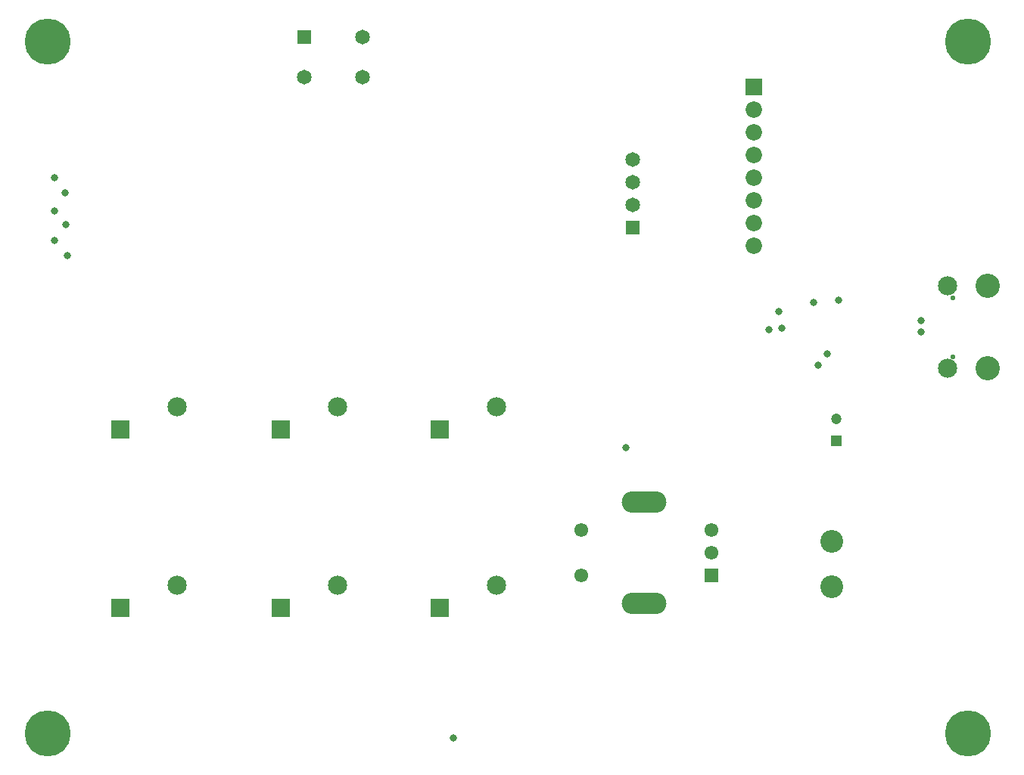
<source format=gbs>
G04*
G04 #@! TF.GenerationSoftware,Altium Limited,Altium Designer,23.1.1 (15)*
G04*
G04 Layer_Color=16711935*
%FSLAX44Y44*%
%MOMM*%
G71*
G04*
G04 #@! TF.SameCoordinates,71942028-349F-4B58-9001-873325432457*
G04*
G04*
G04 #@! TF.FilePolarity,Negative*
G04*
G01*
G75*
%ADD50C,2.7150*%
%ADD51C,2.1500*%
%ADD52C,0.5500*%
%ADD53C,2.5500*%
%ADD54R,1.2000X1.2000*%
%ADD55C,1.2000*%
%ADD56C,1.6500*%
%ADD57R,1.6500X1.6500*%
%ADD58R,2.1500X2.1500*%
G04:AMPARAMS|DCode=59|XSize=2.4mm|YSize=5mm|CornerRadius=1.2mm|HoleSize=0mm|Usage=FLASHONLY|Rotation=90.000|XOffset=0mm|YOffset=0mm|HoleType=Round|Shape=RoundedRectangle|*
%AMROUNDEDRECTD59*
21,1,2.4000,2.6000,0,0,90.0*
21,1,0.0000,5.0000,0,0,90.0*
1,1,2.4000,1.3000,0.0000*
1,1,2.4000,1.3000,0.0000*
1,1,2.4000,-1.3000,0.0000*
1,1,2.4000,-1.3000,0.0000*
%
%ADD59ROUNDEDRECTD59*%
%ADD60C,1.5500*%
%ADD61R,1.5500X1.5500*%
%ADD62C,1.8400*%
%ADD63R,1.8400X1.8400*%
%ADD64R,1.6500X1.6500*%
%ADD65C,0.8032*%
%ADD66C,5.1500*%
D50*
X1052001Y501100D02*
D03*
Y408900D02*
D03*
D51*
X1007001Y501100D02*
D03*
Y408900D02*
D03*
X144900Y365799D02*
D03*
X502399D02*
D03*
X324900D02*
D03*
X502399Y165799D02*
D03*
X324900D02*
D03*
X144900D02*
D03*
D52*
X1012601Y488000D02*
D03*
Y422000D02*
D03*
D53*
X877500Y215000D02*
D03*
Y164200D02*
D03*
D54*
X882500Y327500D02*
D03*
D55*
Y352500D02*
D03*
D56*
X352500Y780000D02*
D03*
Y735000D02*
D03*
X287500D02*
D03*
X655000Y592100D02*
D03*
Y617500D02*
D03*
Y642900D02*
D03*
D57*
X287500Y780000D02*
D03*
D58*
X81400Y340399D02*
D03*
X438899D02*
D03*
X261400D02*
D03*
X438899Y140399D02*
D03*
X261400D02*
D03*
X81400D02*
D03*
D59*
X667500Y259500D02*
D03*
Y145500D02*
D03*
D60*
X742500Y202500D02*
D03*
Y227500D02*
D03*
X597500D02*
D03*
Y177500D02*
D03*
D61*
X742500D02*
D03*
D62*
X790000Y546300D02*
D03*
Y571700D02*
D03*
Y597100D02*
D03*
Y622500D02*
D03*
Y647900D02*
D03*
Y673300D02*
D03*
Y698700D02*
D03*
D63*
Y724100D02*
D03*
D64*
X655000Y566700D02*
D03*
D65*
X22500Y535000D02*
D03*
X7500Y552500D02*
D03*
Y585000D02*
D03*
X807500Y452500D02*
D03*
X818146Y472500D02*
D03*
X872500Y425000D02*
D03*
X862250Y412750D02*
D03*
X885000Y485000D02*
D03*
X857500Y482500D02*
D03*
X821210Y453714D02*
D03*
X977500Y462500D02*
D03*
Y450000D02*
D03*
X647500Y320000D02*
D03*
X454500Y-5000D02*
D03*
X20571Y570000D02*
D03*
X7500Y622500D02*
D03*
X20000Y605099D02*
D03*
D66*
X0Y775000D02*
D03*
Y0D02*
D03*
X1030000D02*
D03*
Y775000D02*
D03*
M02*

</source>
